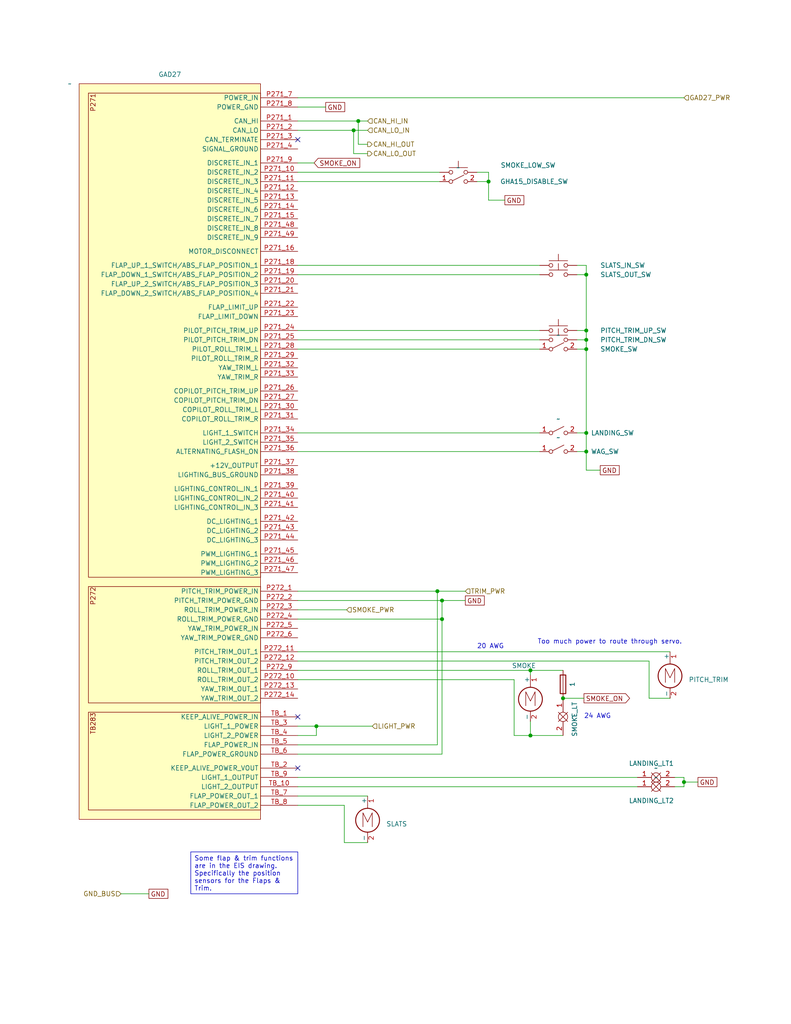
<source format=kicad_sch>
(kicad_sch (version 20230121) (generator eeschema)
  (paper "USLetter" portrait)
  (title_block (title "Flaps, Lights & Trim") (date "2024-02-08") (rev "1.0.1") (company "N915SN Angry Bird") (comment 1 "w/Breakers"))
  (lib_symbols
    (symbol "Device:Fuse" (pin_numbers hide) (pin_names (offset 0))
      (property "Reference" "F" (at 2.032 0 90))
      (property "Value" "Fuse" (at -1.905 0 90))
      (symbol "Fuse_0_1"
        (rectangle (start -0.762 -2.54) (end 0.762 2.54) (stroke (width 0.254)))
        (polyline (pts (xy 0 2.54) (xy 0 -2.54)))
      )
      (symbol "Fuse_1_1"
        (pin passive line (at 0 3.81 270) (length 1.27) (name "~") (number "1"))
        (pin passive line (at 0 -3.81 90) (length 1.27) (name "~") (number "2"))
      )
    )
    (symbol "Motor:Motor_DC" (pin_names (offset 0))
      (property "Reference" "M" (at 2.54 2.54 0))
      (property "Value" "Motor_DC" (at 2.54 -5.08 0))
      (symbol "Motor_DC_0_0"
        (polyline (pts (xy -1.27 -3.302) (xy -1.27 0.508) (xy 0 -2.032) (xy 1.27 0.508) (xy 1.27 -3.302)))
      )
      (symbol "Motor_DC_0_1"
        (circle (center 0 -1.524) (radius 3.2512) (stroke (width 0.254)))
        (polyline (pts (xy 0 -7.62) (xy 0 -7.112)))
        (polyline (pts (xy 0 -4.7752) (xy 0 -5.1816)))
        (polyline (pts (xy 0 1.7272) (xy 0 2.0828)))
        (polyline (pts (xy 0 2.032) (xy 0 2.54)))
      )
      (symbol "Motor_DC_1_1"
        (pin passive line (at 0 5.08 270) (length 2.54) (name "+") (number "1"))
        (pin passive line (at 0 -7.62 90) (length 2.54) (name "-") (number "2"))
      )
    )
    (symbol "Switch:SW_Push" (pin_numbers hide) (pin_names (offset 1.016) hide)
      (property "Reference" "SW" (at 1.27 2.54 0))
      (property "Value" "SW_Push" (at 0 -1.524 0))
      (symbol "SW_Push_0_1"
        (circle (center -2.032 0) (radius 0.508))
        (polyline (pts (xy 0 1.27) (xy 0 3.048)))
        (polyline (pts (xy 2.54 1.27) (xy -2.54 1.27)))
        (circle (center 2.032 0) (radius 0.508))
        (pin passive line (at -5.08 0 0) (length 2.54) (name "1") (number "1"))
        (pin passive line (at 5.08 0 180) (length 2.54) (name "2") (number "2"))
      )
    )
    (symbol "Switch:SW_SPST" (pin_names (offset 0) hide)
      (property "Reference" "SW" (at 0 3.175 0))
      (property "Value" "SW_SPST" (at 0 -2.54 0))
      (symbol "SW_SPST_0_0"
        (circle (center -2.032 0) (radius 0.508))
        (polyline (pts (xy -1.524 0.254) (xy 1.524 1.778)))
        (circle (center 2.032 0) (radius 0.508))
      )
      (symbol "SW_SPST_1_1"
        (pin passive line (at -5.08 0 0) (length 2.54) (name "A") (number "1"))
        (pin passive line (at 5.08 0 180) (length 2.54) (name "B") (number "2"))
      )
    )
    (symbol "flyerx:Bulb"
      (property "Reference" "B" (at 1.27 1.27 0))
      (symbol "Bulb_0_1"
        (polyline (pts (xy 0 -2.54) (xy 2.54 0)))
        (polyline (pts (xy 0 0) (xy 2.54 -2.54)))
        (circle (center 1.27 -1.27) (radius 1.27))
      )
      (symbol "Bulb_1_1"
        (pin passive line (at -3.81 -1.27 0) (length 3.81) (name "") (number "1"))
        (pin passive line (at 6.35 -1.27 180) (length 3.81) (name "") (number "2"))
      )
    )
    (symbol "flyerx:Garmin_GAD27"
      (property "Reference" "GAD" (at 3.81 1.27 0))
      (symbol "Garmin_GAD27_1_1"
        (rectangle (start 0 0) (end 49.53 -200.66) (fill (type background)))
        (rectangle (start 2.54 -171.45) (end 49.53 -198.12) (fill (type background)))
        (rectangle (start 2.54 -137.16) (end 49.53 -168.91) (fill (type background)))
        (rectangle (start 2.54 -2.54) (end 49.53 -134.62) (fill (type background)))
        (text "P271" (at 3.81 -2.54 900) (effects (font (size 1.27 1.27)) (justify right)))
        (text "P272" (at 3.81 -137.16 900) (effects (font (size 1.27 1.27)) (justify right)))
        (text "TB283" (at 3.81 -171.45 900) (effects (font (size 1.27 1.27)) (justify right)))
        (pin bidirectional line (at 59.69 -10.16 180) (length 10.16) (name "CAN_HI") (number "P271_1"))
        (pin input line (at 59.69 -24.13 180) (length 10.16) (name "DISCRETE_IN_2") (number "P271_10"))
        (pin input line (at 59.69 -26.67 180) (length 10.16) (name "DISCRETE_IN_3") (number "P271_11"))
        (pin input line (at 59.69 -29.21 180) (length 10.16) (name "DISCRETE_IN_4") (number "P271_12"))
        (pin input line (at 59.69 -31.75 180) (length 10.16) (name "DISCRETE_IN_5") (number "P271_13"))
        (pin input line (at 59.69 -34.29 180) (length 10.16) (name "DISCRETE_IN_6") (number "P271_14"))
        (pin input line (at 59.69 -36.83 180) (length 10.16) (name "DISCRETE_IN_7") (number "P271_15"))
        (pin input line (at 59.69 -45.72 180) (length 10.16) (name "MOTOR_DISCONNECT") (number "P271_16"))
        (pin input line (at 59.69 -49.53 180) (length 10.16) (name "FLAP_UP_1_SWITCH/ABS_FLAP_POSITION_1") (number "P271_18"))
        (pin input line (at 59.69 -52.07 180) (length 10.16) (name "FLAP_DOWN_1_SWITCH/ABS_FLAP_POSITION_2") (number "P271_19"))
        (pin bidirectional line (at 59.69 -12.7 180) (length 10.16) (name "CAN_LO") (number "P271_2"))
        (pin input line (at 59.69 -54.61 180) (length 10.16) (name "FLAP_UP_2_SWITCH/ABS_FLAP_POSITION_3") (number "P271_20"))
        (pin input line (at 59.69 -57.15 180) (length 10.16) (name "FLAP_DOWN_2_SWITCH/ABS_FLAP_POSITION_4") (number "P271_21"))
        (pin input line (at 59.69 -60.96 180) (length 10.16) (name "FLAP_LIMIT_UP") (number "P271_22"))
        (pin input line (at 59.69 -63.5 180) (length 10.16) (name "FLAP_LIMIT_DOWN") (number "P271_23"))
        (pin input line (at 59.69 -67.31 180) (length 10.16) (name "PILOT_PITCH_TRIM_UP") (number "P271_24"))
        (pin input line (at 59.69 -69.85 180) (length 10.16) (name "PILOT_PITCH_TRIM_DN") (number "P271_25"))
        (pin input line (at 59.69 -83.82 180) (length 10.16) (name "COPILOT_PITCH_TRIM_UP") (number "P271_26"))
        (pin input line (at 59.69 -86.36 180) (length 10.16) (name "COPILOT_PITCH_TRIM_DN") (number "P271_27"))
        (pin input line (at 59.69 -72.39 180) (length 10.16) (name "PILOT_ROLL_TRIM_L") (number "P271_28"))
        (pin input line (at 59.69 -74.93 180) (length 10.16) (name "PILOT_ROLL_TRIM_R") (number "P271_29"))
        (pin bidirectional line (at 59.69 -15.24 180) (length 10.16) (name "CAN_TERMINATE") (number "P271_3"))
        (pin input line (at 59.69 -88.9 180) (length 10.16) (name "COPILOT_ROLL_TRIM_L") (number "P271_30"))
        (pin input line (at 59.69 -91.44 180) (length 10.16) (name "COPILOT_ROLL_TRIM_R") (number "P271_31"))
        (pin input line (at 59.69 -77.47 180) (length 10.16) (name "YAW_TRIM_L") (number "P271_32"))
        (pin input line (at 59.69 -80.01 180) (length 10.16) (name "YAW_TRIM_R") (number "P271_33"))
        (pin input line (at 59.69 -95.25 180) (length 10.16) (name "LIGHT_1_SWITCH") (number "P271_34"))
        (pin input line (at 59.69 -97.79 180) (length 10.16) (name "LIGHT_2_SWITCH") (number "P271_35"))
        (pin input line (at 59.69 -100.33 180) (length 10.16) (name "ALTERNATING_FLASH_ON") (number "P271_36"))
        (pin output line (at 59.69 -104.14 180) (length 10.16) (name "+12V_OUTPUT") (number "P271_37"))
        (pin passive line (at 59.69 -106.68 180) (length 10.16) (name "LIGHTING_BUS_GROUND") (number "P271_38"))
        (pin input line (at 59.69 -110.49 180) (length 10.16) (name "LIGHTING_CONTROL_IN_1") (number "P271_39"))
        (pin passive line (at 59.69 -17.78 180) (length 10.16) (name "SIGNAL_GROUND") (number "P271_4"))
        (pin input line (at 59.69 -113.03 180) (length 10.16) (name "LIGHTING_CONTROL_IN_2") (number "P271_40"))
        (pin input line (at 59.69 -115.57 180) (length 10.16) (name "LIGHTING_CONTROL_IN_3") (number "P271_41"))
        (pin power_out line (at 59.69 -119.38 180) (length 10.16) (name "DC_LIGHTING_1") (number "P271_42"))
        (pin power_out line (at 59.69 -121.92 180) (length 10.16) (name "DC_LIGHTING_2") (number "P271_43"))
        (pin power_out line (at 59.69 -124.46 180) (length 10.16) (name "DC_LIGHTING_3") (number "P271_44"))
        (pin power_out line (at 59.69 -128.27 180) (length 10.16) (name "PWM_LIGHTING_1") (number "P271_45"))
        (pin power_out line (at 59.69 -130.81 180) (length 10.16) (name "PWM_LIGHTING_2") (number "P271_46"))
        (pin power_out line (at 59.69 -133.35 180) (length 10.16) (name "PWM_LIGHTING_3") (number "P271_47"))
        (pin input line (at 59.69 -39.37 180) (length 10.16) (name "DISCRETE_IN_8") (number "P271_48"))
        (pin input line (at 59.69 -41.91 180) (length 10.16) (name "DISCRETE_IN_9") (number "P271_49"))
        (pin power_in line (at 59.69 -3.81 180) (length 10.16) (name "POWER_IN") (number "P271_7"))
        (pin passive line (at 59.69 -6.35 180) (length 10.16) (name "POWER_GND") (number "P271_8"))
        (pin input line (at 59.69 -21.59 180) (length 10.16) (name "DISCRETE_IN_1") (number "P271_9"))
        (pin power_in line (at 59.69 -138.43 180) (length 10.16) (name "PITCH_TRIM_POWER_IN") (number "P272_1"))
        (pin power_out line (at 59.69 -162.56 180) (length 10.16) (name "ROLL_TRIM_OUT_2") (number "P272_10"))
        (pin power_out line (at 59.69 -154.94 180) (length 10.16) (name "PITCH_TRIM_OUT_1") (number "P272_11"))
        (pin power_out line (at 59.69 -157.48 180) (length 10.16) (name "PITCH_TRIM_OUT_2") (number "P272_12"))
        (pin power_out line (at 59.69 -165.1 180) (length 10.16) (name "YAW_TRIM_OUT_1") (number "P272_13"))
        (pin power_out line (at 59.69 -167.64 180) (length 10.16) (name "YAW_TRIM_OUT_2") (number "P272_14"))
        (pin passive line (at 59.69 -140.97 180) (length 10.16) (name "PITCH_TRIM_POWER_GND") (number "P272_2"))
        (pin power_in line (at 59.69 -143.51 180) (length 10.16) (name "ROLL_TRIM_POWER_IN") (number "P272_3"))
        (pin passive line (at 59.69 -146.05 180) (length 10.16) (name "ROLL_TRIM_POWER_GND") (number "P272_4"))
        (pin power_in line (at 59.69 -148.59 180) (length 10.16) (name "YAW_TRIM_POWER_IN") (number "P272_5"))
        (pin passive line (at 59.69 -151.13 180) (length 10.16) (name "YAW_TRIM_POWER_GND") (number "P272_6"))
        (pin power_out line (at 59.69 -160.02 180) (length 10.16) (name "ROLL_TRIM_OUT_1") (number "P272_9"))
        (pin power_in line (at 59.69 -172.72 180) (length 10.16) (name "KEEP_ALIVE_POWER_IN") (number "TB_1"))
        (pin power_out line (at 59.69 -191.77 180) (length 10.16) (name "LIGHT_2_OUTPUT") (number "TB_10"))
        (pin power_out line (at 59.69 -186.69 180) (length 10.16) (name "KEEP_ALIVE_POWER_VOUT") (number "TB_2"))
        (pin power_in line (at 59.69 -175.26 180) (length 10.16) (name "LIGHT_1_POWER") (number "TB_3"))
        (pin power_in line (at 59.69 -177.8 180) (length 10.16) (name "LIGHT_2_POWER") (number "TB_4"))
        (pin power_in line (at 59.69 -180.34 180) (length 10.16) (name "FLAP_POWER_IN") (number "TB_5"))
        (pin passive line (at 59.69 -182.88 180) (length 10.16) (name "FLAP_POWER_GROUND") (number "TB_6"))
        (pin power_out line (at 59.69 -194.31 180) (length 10.16) (name "FLAP_POWER_OUT_1") (number "TB_7"))
        (pin power_out line (at 59.69 -196.85 180) (length 10.16) (name "FLAP_POWER_OUT_2") (number "TB_8"))
        (pin power_out line (at 59.69 -189.23 180) (length 10.16) (name "LIGHT_1_OUTPUT") (number "TB_9"))
      )
    )
  )
  (junction (at 144.78 182.88))
  (junction (at 160.02 118.11))
  (junction (at 160.02 90.17))
  (junction (at 186.69 213.36))
  (junction (at 160.02 123.19))
  (junction (at 120.65 168.91))
  (junction (at 120.65 163.83))
  (junction (at 160.02 92.71))
  (junction (at 160.02 95.25))
  (junction (at 144.78 200.66))
  (junction (at 97.79 33.02))
  (junction (at 133.35 49.53))
  (junction (at 160.02 74.93))
  (junction (at 119.38 161.29))
  (junction (at 86.36 198.12))
  (junction (at 153.67 190.5))
  (junction (at 96.52 35.56))
  (no_connect (at 81.28 209.55))
  (no_connect (at 81.28 195.58))
  (no_connect (at 81.28 38.1))
  (wire (pts (xy 93.98 229.87) (xy 93.98 219.71)))
  (wire (pts (xy 81.28 35.56) (xy 96.52 35.56)))
  (wire (pts (xy 177.165 180.34) (xy 177.165 190.5)))
  (wire (pts (xy 86.36 200.66) (xy 86.36 198.12)))
  (wire (pts (xy 81.28 44.45) (xy 85.725 44.45)))
  (wire (pts (xy 81.28 212.09) (xy 173.99 212.09)))
  (wire (pts (xy 144.78 200.66) (xy 140.335 200.66)))
  (wire (pts (xy 184.15 212.09) (xy 186.69 212.09)))
  (wire (pts (xy 133.35 49.53) (xy 133.35 46.99)))
  (wire (pts (xy 144.78 182.88) (xy 153.67 182.88)))
  (wire (pts (xy 186.69 212.09) (xy 186.69 213.36)))
  (wire (pts (xy 157.48 123.19) (xy 160.02 123.19)))
  (wire (pts (xy 81.28 180.34) (xy 177.165 180.34)))
  (wire (pts (xy 160.02 90.17) (xy 160.02 92.71)))
  (wire (pts (xy 81.28 118.11) (xy 147.32 118.11)))
  (wire (pts (xy 81.28 90.17) (xy 147.32 90.17)))
  (wire (pts (xy 81.28 205.74) (xy 120.65 205.74)))
  (wire (pts (xy 186.69 213.36) (xy 186.69 214.63)))
  (wire (pts (xy 160.02 74.93) (xy 160.02 90.17)))
  (wire (pts (xy 97.79 39.37) (xy 97.79 33.02)))
  (wire (pts (xy 81.28 72.39) (xy 147.32 72.39)))
  (wire (pts (xy 144.78 196.85) (xy 144.78 200.66)))
  (wire (pts (xy 96.52 41.91) (xy 96.52 35.56)))
  (wire (pts (xy 81.28 49.53) (xy 120.015 49.53)))
  (wire (pts (xy 186.69 213.36) (xy 190.5 213.36)))
  (wire (pts (xy 81.28 185.42) (xy 140.335 185.42)))
  (wire (pts (xy 153.67 190.5) (xy 159.385 190.5)))
  (wire (pts (xy 86.36 198.12) (xy 101.6 198.12)))
  (wire (pts (xy 160.02 118.11) (xy 160.02 123.19)))
  (wire (pts (xy 81.28 168.91) (xy 120.65 168.91)))
  (wire (pts (xy 81.28 26.67) (xy 186.69 26.67)))
  (wire (pts (xy 81.28 217.17) (xy 100.33 217.17)))
  (wire (pts (xy 33.02 243.84) (xy 40.64 243.84)))
  (wire (pts (xy 81.28 166.37) (xy 94.615 166.37)))
  (wire (pts (xy 153.67 200.66) (xy 144.78 200.66)))
  (wire (pts (xy 160.02 95.25) (xy 160.02 118.11)))
  (wire (pts (xy 81.28 177.8) (xy 182.88 177.8)))
  (wire (pts (xy 81.28 214.63) (xy 173.99 214.63)))
  (wire (pts (xy 81.28 161.29) (xy 119.38 161.29)))
  (wire (pts (xy 97.79 33.02) (xy 100.33 33.02)))
  (wire (pts (xy 81.28 95.25) (xy 147.32 95.25)))
  (wire (pts (xy 157.48 90.17) (xy 160.02 90.17)))
  (wire (pts (xy 144.78 184.15) (xy 144.78 182.88)))
  (wire (pts (xy 81.28 74.93) (xy 147.32 74.93)))
  (wire (pts (xy 133.35 54.61) (xy 137.795 54.61)))
  (wire (pts (xy 157.48 72.39) (xy 160.02 72.39)))
  (wire (pts (xy 93.98 219.71) (xy 81.28 219.71)))
  (wire (pts (xy 160.02 118.11) (xy 157.48 118.11)))
  (wire (pts (xy 186.69 214.63) (xy 184.15 214.63)))
  (wire (pts (xy 140.335 185.42) (xy 140.335 200.66)))
  (wire (pts (xy 81.28 92.71) (xy 147.32 92.71)))
  (wire (pts (xy 81.28 123.19) (xy 147.32 123.19)))
  (wire (pts (xy 160.02 92.71) (xy 160.02 95.25)))
  (wire (pts (xy 157.48 74.93) (xy 160.02 74.93)))
  (wire (pts (xy 160.02 72.39) (xy 160.02 74.93)))
  (wire (pts (xy 133.35 54.61) (xy 133.35 49.53)))
  (wire (pts (xy 119.38 161.29) (xy 127 161.29)))
  (wire (pts (xy 177.165 190.5) (xy 182.88 190.5)))
  (wire (pts (xy 160.02 128.27) (xy 160.02 123.19)))
  (wire (pts (xy 133.35 46.99) (xy 130.175 46.99)))
  (wire (pts (xy 157.48 92.71) (xy 160.02 92.71)))
  (wire (pts (xy 81.28 163.83) (xy 120.65 163.83)))
  (wire (pts (xy 81.28 182.88) (xy 144.78 182.88)))
  (wire (pts (xy 96.52 35.56) (xy 100.33 35.56)))
  (wire (pts (xy 81.28 29.21) (xy 88.9 29.21)))
  (wire (pts (xy 100.33 41.91) (xy 96.52 41.91)))
  (wire (pts (xy 100.33 39.37) (xy 97.79 39.37)))
  (wire (pts (xy 81.28 203.2) (xy 119.38 203.2)))
  (wire (pts (xy 81.28 200.66) (xy 86.36 200.66)))
  (wire (pts (xy 81.28 198.12) (xy 86.36 198.12)))
  (wire (pts (xy 157.48 95.25) (xy 160.02 95.25)))
  (wire (pts (xy 120.65 168.91) (xy 120.65 163.83)))
  (wire (pts (xy 100.33 229.87) (xy 93.98 229.87)))
  (wire (pts (xy 81.28 33.02) (xy 97.79 33.02)))
  (wire (pts (xy 160.02 128.27) (xy 163.83 128.27)))
  (wire (pts (xy 130.175 49.53) (xy 133.35 49.53)))
  (wire (pts (xy 119.38 203.2) (xy 119.38 161.29)))
  (wire (pts (xy 120.65 205.74) (xy 120.65 168.91)))
  (wire (pts (xy 120.65 163.83) (xy 127 163.83)))
  (wire (pts (xy 81.28 46.99) (xy 120.015 46.99)))
  (text_box "Some flap & trim functions are in the EIS drawing. Specifically the position sensors for the Flaps & Trim." (at 52.07 232.41 0) (size 29.21 11.43) (effects (font (size 1.27 1.27)) (justify left top)))
  (text "20 AWG" (at 130.175 177.165 0) (effects (font (size 1.27 1.27)) (justify left bottom)))
  (text "24 AWG" (at 159.385 196.215 0) (effects (font (size 1.27 1.27)) (justify left bottom)))
  (text "Too much power to route through servo." (at 146.685 175.895 0) (effects (font (size 1.27 1.27)) (justify left bottom)))
  (global_label "GND" (shape passive) (at 163.83 128.27 0) (property "Intersheetrefs" "${INTERSHEET_REFS}" (effects hide)))
  (global_label "GND" (shape passive) (at 127 163.83 0) (property "Intersheetrefs" "${INTERSHEET_REFS}" (effects hide)))
  (global_label "GND" (shape passive) (at 190.5 213.36 0) (property "Intersheetrefs" "${INTERSHEET_REFS}" (effects hide)))
  (global_label "SMOKE_ON" (shape input) (at 85.725 44.45 0) (property "Intersheetrefs" "${INTERSHEET_REFS}" (effects hide)))
  (global_label "GND" (shape passive) (at 137.795 54.61 0) (property "Intersheetrefs" "${INTERSHEET_REFS}" (effects hide)))
  (global_label "SMOKE_ON" (shape output) (at 159.385 190.5 0) (property "Intersheetrefs" "${INTERSHEET_REFS}" (effects hide)))
  (global_label "GND" (shape passive) (at 88.9 29.21 0) (property "Intersheetrefs" "${INTERSHEET_REFS}" (effects hide)))
  (global_label "GND" (shape passive) (at 40.64 243.84 0) (property "Intersheetrefs" "${INTERSHEET_REFS}" (effects hide)))
  (hierarchical_label "CAN_HI_IN" (shape input) (at 100.33 33.02 0))
  (hierarchical_label "LIGHT_PWR" (shape input) (at 101.6 198.12 0))
  (hierarchical_label "CAN_LO_IN" (shape input) (at 100.33 35.56 0))
  (hierarchical_label "SMOKE_PWR" (shape input) (at 94.615 166.37 0))
  (hierarchical_label "GAD27_PWR" (shape input) (at 186.69 26.67 0))
  (hierarchical_label "CAN_HI_OUT" (shape output) (at 100.33 39.37 0))
  (hierarchical_label "GND_BUS" (shape input) (at 33.02 243.84 180))
  (hierarchical_label "CAN_LO_OUT" (shape output) (at 100.33 41.91 0))
  (hierarchical_label "TRIM_PWR" (shape input) (at 127 161.29 0))
  (symbol (lib_id "flyerx:Garmin_GAD27") (at 21.59 22.86 0) (unit 1)
    (property "Reference" "GAD27" (at 46.355 20.32 0))
    (property "Value" "~" (at 19.05 22.86 0))
  )
  (symbol (lib_id "Switch:SW_Push") (at 125.095 46.99 0) (unit 1)
    (property "Reference" "SMOKE_LOW_SW" (at 144.145 45.085 0))
    (property "Value" "FLOAT_SENSOR" (effects hide))
  )
  (symbol (lib_id "Switch:SW_SPST") (at 152.4 123.19 0) (unit 1)
    (property "Reference" "WAG_SW" (at 161.29 123.19 0) (effects (justify left)))
    (property "Value" "~" (at 152.4 119.38 0))
  )
  (symbol (lib_id "Switch:SW_Push") (at 152.4 72.39 0) (unit 1)
    (property "Reference" "SLATS_IN_SW" (at 163.83 72.39 0) (effects (justify left)))
    (property "Value" "SW_Push" (effects hide))
  )
  (symbol (lib_id "Motor:Motor_DC") (at 182.88 182.88 0) (unit 1)
    (property "Reference" "PITCH_TRIM" (at 187.96 185.42 0) (effects (justify left)))
    (property "Value" "Motor_DC" (effects hide))
  )
  (symbol (lib_id "Switch:SW_SPST") (at 152.4 118.11 0) (unit 1)
    (property "Reference" "LANDING_SW" (at 161.29 118.11 0) (effects (justify left)))
    (property "Value" "~" (at 152.4 114.3 0))
  )
  (symbol (lib_id "Switch:SW_Push") (at 152.4 92.71 0) (unit 1)
    (property "Reference" "PITCH_TRIM_DN_SW" (at 163.83 92.71 0) (effects (justify left)))
    (property "Value" "SW_Push" (effects hide))
  )
  (symbol (lib_id "Motor:Motor_DC") (at 100.33 222.25 0) (unit 1)
    (property "Reference" "SLATS" (at 105.41 224.79 0) (effects (justify left)))
    (property "Value" "Motor_DC" (effects hide))
  )
  (symbol (lib_id "Device:Fuse") (at 153.67 186.69 0) (unit 1)
    (property "Reference" "SMOKE_LT_FS" (effects hide))
    (property "Value" "1" (at 156.21 186.69 90))
  )
  (symbol (lib_id "flyerx:Bulb") (at 177.8 210.82 0) (unit 1)
    (property "Reference" "LANDING_LT1" (at 177.8 208.28 0))
    (property "Value" "~" (at 179.07 209.55 0))
  )
  (symbol (lib_id "flyerx:Bulb") (at 177.8 213.36 0) (unit 1)
    (property "Reference" "LANDING_LT2" (at 177.8 218.44 0))
    (property "Value" "~" (at 179.07 212.09 0))
  )
  (symbol (lib_id "Switch:SW_Push") (at 152.4 74.93 0) (unit 1)
    (property "Reference" "SLATS_OUT_SW" (at 163.83 74.93 0) (effects (justify left)))
    (property "Value" "SW_Push" (effects hide))
  )
  (symbol (lib_id "Switch:SW_Push") (at 152.4 90.17 0) (unit 1)
    (property "Reference" "PITCH_TRIM_UP_SW" (at 163.83 90.17 0) (effects (justify left)))
    (property "Value" "SW_Push" (effects hide))
  )
  (symbol (lib_id "Motor:Motor_DC") (at 144.78 189.23 0) (unit 1)
    (property "Reference" "SMOKE" (at 139.7 181.61 0) (effects (justify left)))
    (property "Value" "Motor_DC" (effects hide))
  )
  (symbol (lib_id "Switch:SW_SPST") (at 125.095 49.53 0) (unit 1)
    (property "Reference" "GHA15_DISABLE_SW" (at 136.525 49.53 0) (effects (justify left)))
    (property "Value" "~" (at 125.095 45.72 0))
  )
  (symbol (lib_id "Switch:SW_SPST") (at 152.4 95.25 0) (unit 1)
    (property "Reference" "SMOKE_SW" (at 163.83 95.25 0) (effects (justify left)))
    (property "Value" "~" (at 152.4 91.44 0))
  )
  (symbol (lib_id "flyerx:Bulb") (at 154.94 194.31 270) (unit 1)
    (property "Reference" "SMOKE_LT" (at 156.845 196.215 0))
    (property "Value" "~" (at 156.21 195.58 0))
  )
)
</source>
